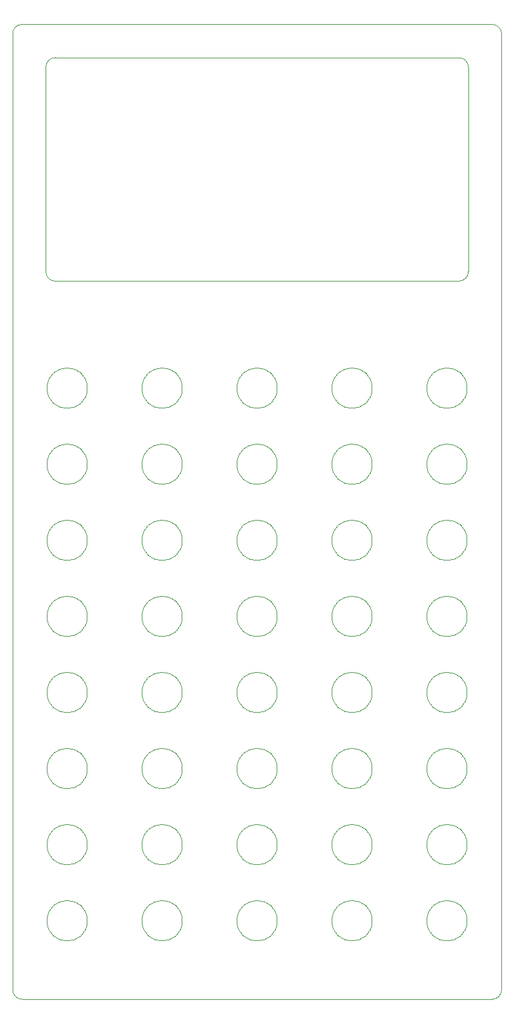
<source format=gbr>
%TF.GenerationSoftware,KiCad,Pcbnew,6.0.5+dfsg-1~bpo11+1*%
%TF.CreationDate,2022-10-05T21:30:28+13:00*%
%TF.ProjectId,FrontPanel,46726f6e-7450-4616-9e65-6c2e6b696361,rev?*%
%TF.SameCoordinates,Original*%
%TF.FileFunction,Profile,NP*%
%FSLAX46Y46*%
G04 Gerber Fmt 4.6, Leading zero omitted, Abs format (unit mm)*
G04 Created by KiCad (PCBNEW 6.0.5+dfsg-1~bpo11+1) date 2022-10-05 21:30:28*
%MOMM*%
%LPD*%
G01*
G04 APERTURE LIST*
%TA.AperFunction,Profile*%
%ADD10C,0.100000*%
%TD*%
G04 APERTURE END LIST*
D10*
X142394077Y-147320000D02*
G75*
G03*
X142394077Y-147320000I-2694077J0D01*
G01*
X129694077Y-147320000D02*
G75*
G03*
X129694077Y-147320000I-2694077J0D01*
G01*
X116994077Y-147320000D02*
G75*
G03*
X116994077Y-147320000I-2694077J0D01*
G01*
X104294077Y-147320000D02*
G75*
G03*
X104294077Y-147320000I-2694077J0D01*
G01*
X91594077Y-147320000D02*
G75*
G03*
X91594077Y-147320000I-2694077J0D01*
G01*
X142394077Y-137160000D02*
G75*
G03*
X142394077Y-137160000I-2694077J0D01*
G01*
X129694077Y-137160000D02*
G75*
G03*
X129694077Y-137160000I-2694077J0D01*
G01*
X116994077Y-137160000D02*
G75*
G03*
X116994077Y-137160000I-2694077J0D01*
G01*
X104294077Y-137160000D02*
G75*
G03*
X104294077Y-137160000I-2694077J0D01*
G01*
X91594077Y-137160000D02*
G75*
G03*
X91594077Y-137160000I-2694077J0D01*
G01*
X142394077Y-127000000D02*
G75*
G03*
X142394077Y-127000000I-2694077J0D01*
G01*
X129694077Y-127000000D02*
G75*
G03*
X129694077Y-127000000I-2694077J0D01*
G01*
X116994077Y-127000000D02*
G75*
G03*
X116994077Y-127000000I-2694077J0D01*
G01*
X104294077Y-127000000D02*
G75*
G03*
X104294077Y-127000000I-2694077J0D01*
G01*
X91594077Y-127000000D02*
G75*
G03*
X91594077Y-127000000I-2694077J0D01*
G01*
X142394077Y-116840000D02*
G75*
G03*
X142394077Y-116840000I-2694077J0D01*
G01*
X129694077Y-116840000D02*
G75*
G03*
X129694077Y-116840000I-2694077J0D01*
G01*
X116994077Y-116840000D02*
G75*
G03*
X116994077Y-116840000I-2694077J0D01*
G01*
X104294077Y-116840000D02*
G75*
G03*
X104294077Y-116840000I-2694077J0D01*
G01*
X91594077Y-116840000D02*
G75*
G03*
X91594077Y-116840000I-2694077J0D01*
G01*
X142394077Y-106680000D02*
G75*
G03*
X142394077Y-106680000I-2694077J0D01*
G01*
X129694077Y-106680000D02*
G75*
G03*
X129694077Y-106680000I-2694077J0D01*
G01*
X116994077Y-106680000D02*
G75*
G03*
X116994077Y-106680000I-2694077J0D01*
G01*
X104294077Y-106680000D02*
G75*
G03*
X104294077Y-106680000I-2694077J0D01*
G01*
X91594077Y-106680000D02*
G75*
G03*
X91594077Y-106680000I-2694077J0D01*
G01*
X142394077Y-96520000D02*
G75*
G03*
X142394077Y-96520000I-2694077J0D01*
G01*
X129694077Y-96520000D02*
G75*
G03*
X129694077Y-96520000I-2694077J0D01*
G01*
X116994077Y-96520000D02*
G75*
G03*
X116994077Y-96520000I-2694077J0D01*
G01*
X104294077Y-96520000D02*
G75*
G03*
X104294077Y-96520000I-2694077J0D01*
G01*
X91594077Y-96520000D02*
G75*
G03*
X91594077Y-96520000I-2694077J0D01*
G01*
X142394077Y-86360000D02*
G75*
G03*
X142394077Y-86360000I-2694077J0D01*
G01*
X129694077Y-86360000D02*
G75*
G03*
X129694077Y-86360000I-2694077J0D01*
G01*
X116994077Y-86360000D02*
G75*
G03*
X116994077Y-86360000I-2694077J0D01*
G01*
X104294077Y-86360000D02*
G75*
G03*
X104294077Y-86360000I-2694077J0D01*
G01*
X91594077Y-86360000D02*
G75*
G03*
X91594077Y-86360000I-2694077J0D01*
G01*
X142394077Y-76200000D02*
G75*
G03*
X142394077Y-76200000I-2694077J0D01*
G01*
X129694077Y-76200000D02*
G75*
G03*
X129694077Y-76200000I-2694077J0D01*
G01*
X116994077Y-76200000D02*
G75*
G03*
X116994077Y-76200000I-2694077J0D01*
G01*
X104294077Y-76200000D02*
G75*
G03*
X104294077Y-76200000I-2694077J0D01*
G01*
X91594077Y-76200000D02*
G75*
G03*
X91594077Y-76200000I-2694077J0D01*
G01*
X86042500Y-60642500D02*
G75*
G03*
X87312500Y-61912500I1270000J0D01*
G01*
X86042500Y-33337500D02*
X86042500Y-60642500D01*
X141287500Y-61912500D02*
X87312500Y-61912500D01*
X141287500Y-61912500D02*
G75*
G03*
X142557500Y-60642500I0J1270000D01*
G01*
X142557500Y-33337500D02*
X142557500Y-60642500D01*
X87312500Y-32067500D02*
X141287500Y-32067500D01*
X142557500Y-33337500D02*
G75*
G03*
X141287500Y-32067500I-1270000J0D01*
G01*
X87312500Y-32067500D02*
G75*
G03*
X86042500Y-33337500I0J-1270000D01*
G01*
X81597500Y-156527500D02*
G75*
G03*
X82867500Y-157797500I1270000J0D01*
G01*
X145732500Y-157797500D02*
G75*
G03*
X147002500Y-156527500I0J1270000D01*
G01*
X82867500Y-157797500D02*
X145732500Y-157797500D01*
X147002500Y-28892500D02*
G75*
G03*
X145732500Y-27622500I-1270000J0D01*
G01*
X82867500Y-27622500D02*
X145732500Y-27622500D01*
X82867500Y-27622500D02*
G75*
G03*
X81597500Y-28892500I0J-1270000D01*
G01*
X147002500Y-28892500D02*
X147002500Y-156527500D01*
X81597500Y-28892500D02*
X81597500Y-156527500D01*
M02*

</source>
